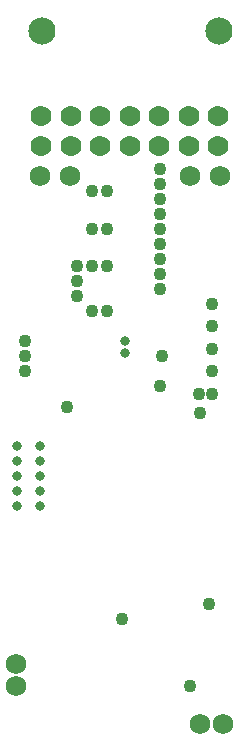
<source format=gbr>
%TF.GenerationSoftware,Altium Limited,Altium Designer,24.8.2 (39)*%
G04 Layer_Color=16711935*
%FSLAX45Y45*%
%MOMM*%
%TF.SameCoordinates,E8BDA5DE-7BDE-4699-8ED0-D138E9546F0F*%
%TF.FilePolarity,Negative*%
%TF.FileFunction,Soldermask,Bot*%
%TF.Part,Single*%
G01*
G75*
%TA.AperFunction,ComponentPad*%
%ADD55C,1.76320*%
%ADD56C,2.30320*%
%TA.AperFunction,ViaPad*%
%ADD57C,1.72720*%
%ADD58C,0.83820*%
%ADD59C,1.09220*%
D55*
X1980500Y8259000D02*
D03*
X2230500D02*
D03*
X2480500D02*
D03*
X2730500D02*
D03*
X2980500D02*
D03*
X3230500D02*
D03*
X3480500D02*
D03*
X1980500Y8509000D02*
D03*
X2230500D02*
D03*
X2480500D02*
D03*
X2730500D02*
D03*
X2980500D02*
D03*
X3230500D02*
D03*
X3480500D02*
D03*
D56*
X3485500Y9231500D02*
D03*
X1988000D02*
D03*
D57*
X3492500Y8001000D02*
D03*
X3238500D02*
D03*
X3517900Y3365500D02*
D03*
X3327400D02*
D03*
X1765300Y3683000D02*
D03*
Y3873500D02*
D03*
X2222500Y8001000D02*
D03*
X1968500D02*
D03*
D58*
Y5207000D02*
D03*
X1778000D02*
D03*
X1968500Y5334000D02*
D03*
X1778000D02*
D03*
X1968500Y5461000D02*
D03*
X1778000D02*
D03*
Y5588000D02*
D03*
X1968500D02*
D03*
Y5715000D02*
D03*
X1778000D02*
D03*
X2692400Y6604000D02*
D03*
Y6502400D02*
D03*
D59*
X2194641Y6046587D02*
D03*
X3314700Y6159500D02*
D03*
X3327400Y5994400D02*
D03*
X3002918Y6478270D02*
D03*
X3238500Y3683000D02*
D03*
X3429000Y6159500D02*
D03*
Y6350000D02*
D03*
Y6540500D02*
D03*
Y6731000D02*
D03*
Y6921500D02*
D03*
X2667000Y4254500D02*
D03*
X3403600Y4381500D02*
D03*
X2984500Y6223000D02*
D03*
X1841500Y6350000D02*
D03*
Y6477000D02*
D03*
Y6604000D02*
D03*
X2540000Y6858000D02*
D03*
Y7239000D02*
D03*
Y7556500D02*
D03*
Y7874000D02*
D03*
X2413000Y7239000D02*
D03*
Y7556500D02*
D03*
Y7874000D02*
D03*
Y6858000D02*
D03*
X2286000Y6985000D02*
D03*
Y7112000D02*
D03*
Y7239000D02*
D03*
X2984500Y8064500D02*
D03*
Y7937500D02*
D03*
Y7683500D02*
D03*
Y7429500D02*
D03*
Y7175500D02*
D03*
Y7048500D02*
D03*
Y7302500D02*
D03*
Y7556500D02*
D03*
Y7810500D02*
D03*
%TF.MD5,615dbf3c51041e4442a53d38f11695cf*%
M02*

</source>
